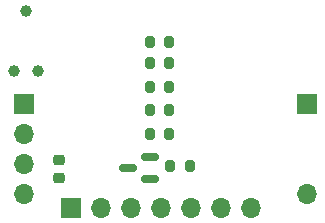
<source format=gbr>
%TF.GenerationSoftware,KiCad,Pcbnew,7.0.2*%
%TF.CreationDate,2023-06-20T09:38:12+02:00*%
%TF.ProjectId,esp-lvl,6573702d-6c76-46c2-9e6b-696361645f70,2.0.0*%
%TF.SameCoordinates,Original*%
%TF.FileFunction,Soldermask,Bot*%
%TF.FilePolarity,Negative*%
%FSLAX46Y46*%
G04 Gerber Fmt 4.6, Leading zero omitted, Abs format (unit mm)*
G04 Created by KiCad (PCBNEW 7.0.2) date 2023-06-20 09:38:12*
%MOMM*%
%LPD*%
G01*
G04 APERTURE LIST*
G04 Aperture macros list*
%AMRoundRect*
0 Rectangle with rounded corners*
0 $1 Rounding radius*
0 $2 $3 $4 $5 $6 $7 $8 $9 X,Y pos of 4 corners*
0 Add a 4 corners polygon primitive as box body*
4,1,4,$2,$3,$4,$5,$6,$7,$8,$9,$2,$3,0*
0 Add four circle primitives for the rounded corners*
1,1,$1+$1,$2,$3*
1,1,$1+$1,$4,$5*
1,1,$1+$1,$6,$7*
1,1,$1+$1,$8,$9*
0 Add four rect primitives between the rounded corners*
20,1,$1+$1,$2,$3,$4,$5,0*
20,1,$1+$1,$4,$5,$6,$7,0*
20,1,$1+$1,$6,$7,$8,$9,0*
20,1,$1+$1,$8,$9,$2,$3,0*%
G04 Aperture macros list end*
%ADD10R,1.700000X1.700000*%
%ADD11O,1.700000X1.700000*%
%ADD12C,0.990600*%
%ADD13RoundRect,0.150000X0.587500X0.150000X-0.587500X0.150000X-0.587500X-0.150000X0.587500X-0.150000X0*%
%ADD14RoundRect,0.200000X0.200000X0.275000X-0.200000X0.275000X-0.200000X-0.275000X0.200000X-0.275000X0*%
%ADD15RoundRect,0.200000X-0.200000X-0.275000X0.200000X-0.275000X0.200000X0.275000X-0.200000X0.275000X0*%
%ADD16RoundRect,0.225000X-0.250000X0.225000X-0.250000X-0.225000X0.250000X-0.225000X0.250000X0.225000X0*%
G04 APERTURE END LIST*
D10*
%TO.C,J2*%
X159300000Y-95300000D03*
D11*
X159300000Y-102920000D03*
%TD*%
D12*
%TO.C,J4*%
X134449000Y-92470000D03*
X136481000Y-92470000D03*
X135465000Y-87390000D03*
%TD*%
D10*
%TO.C,J1*%
X135300000Y-95300000D03*
D11*
X135300000Y-97840000D03*
X135300000Y-100380000D03*
X135300000Y-102920000D03*
%TD*%
%TO.C,J3*%
X154540000Y-104050000D03*
X152000000Y-104050000D03*
X149460000Y-104050000D03*
X146920000Y-104050000D03*
X144380000Y-104050000D03*
X141840000Y-104050000D03*
D10*
X139300000Y-104050000D03*
%TD*%
D13*
%TO.C,D3*%
X144112500Y-100700000D03*
X145987500Y-101650000D03*
X145987500Y-99750000D03*
%TD*%
D14*
%TO.C,R1*%
X145975000Y-91800000D03*
X147625000Y-91800000D03*
%TD*%
%TO.C,R5*%
X145975000Y-95800000D03*
X147625000Y-95800000D03*
%TD*%
D15*
%TO.C,R9*%
X149350000Y-100550000D03*
X147700000Y-100550000D03*
%TD*%
D14*
%TO.C,R2*%
X145975000Y-90050000D03*
X147625000Y-90050000D03*
%TD*%
D16*
%TO.C,C1*%
X138300000Y-101575000D03*
X138300000Y-100025000D03*
%TD*%
D14*
%TO.C,R3*%
X145975000Y-93800000D03*
X147625000Y-93800000D03*
%TD*%
%TO.C,R4*%
X145975000Y-97800000D03*
X147625000Y-97800000D03*
%TD*%
M02*

</source>
